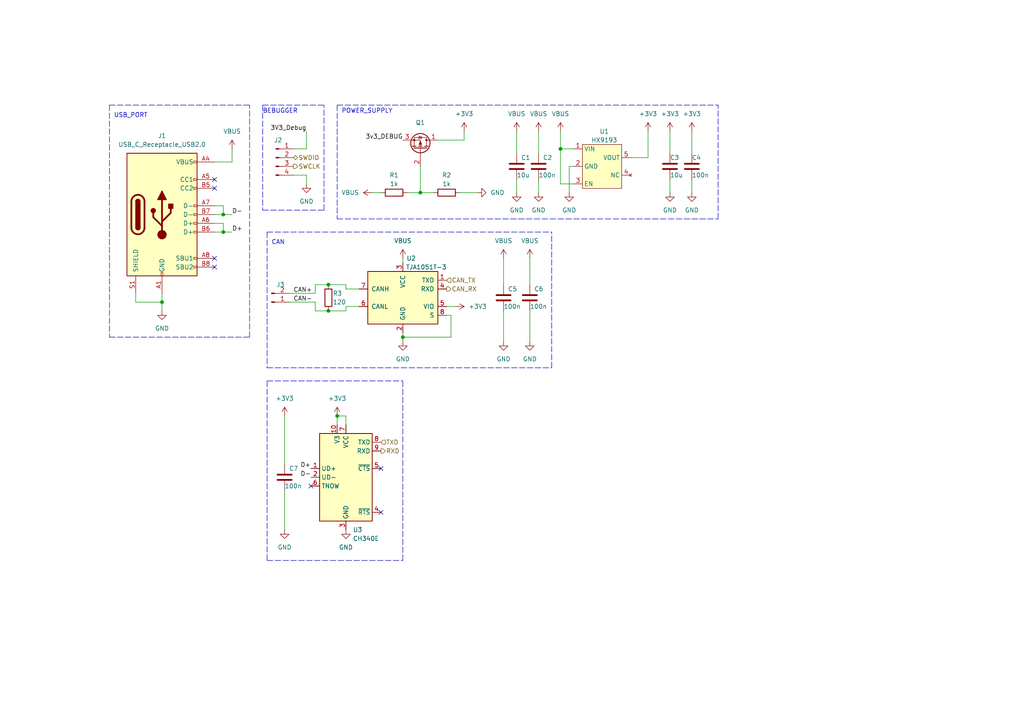
<source format=kicad_sch>
(kicad_sch (version 20211123) (generator eeschema)
  (paper "A4")
  (lib_symbols
    (symbol "Connector:Conn_01x02_Male" (pin_names (offset 1.016) hide)
      (property "Reference" "J" (at 0 2.54 0))
      (property "Value" "Conn_01x02_Male" (at 0 -5.08 0))
      (symbol "Conn_01x02_Male_1_1"
        (polyline (pts (xy 1.27 -2.54) (xy 0.8636 -2.54)) (stroke (width 0.1524)))
        (polyline (pts (xy 1.27 0) (xy 0.8636 0)) (stroke (width 0.1524)))
        (rectangle (start 0.8636 -2.413) (end 0 -2.667) (stroke (width 0.1524)) (fill (type outline)))
        (rectangle (start 0.8636 0.127) (end 0 -0.127) (stroke (width 0.1524)) (fill (type outline)))
        (pin passive line (at 5.08 0 180) (length 3.81) (name "Pin_1") (number "1"))
        (pin passive line (at 5.08 -2.54 180) (length 3.81) (name "Pin_2") (number "2"))
      )
    )
    (symbol "Connector:Conn_01x04_Male" (pin_names (offset 1.016) hide)
      (property "Reference" "J" (at 0 5.08 0))
      (property "Value" "Conn_01x04_Male" (at 0 -7.62 0))
      (symbol "Conn_01x04_Male_1_1"
        (polyline (pts (xy 1.27 -5.08) (xy 0.8636 -5.08)) (stroke (width 0.1524)))
        (polyline (pts (xy 1.27 -2.54) (xy 0.8636 -2.54)) (stroke (width 0.1524)))
        (polyline (pts (xy 1.27 0) (xy 0.8636 0)) (stroke (width 0.1524)))
        (polyline (pts (xy 1.27 2.54) (xy 0.8636 2.54)) (stroke (width 0.1524)))
        (rectangle (start 0.8636 -4.953) (end 0 -5.207) (stroke (width 0.1524)) (fill (type outline)))
        (rectangle (start 0.8636 -2.413) (end 0 -2.667) (stroke (width 0.1524)) (fill (type outline)))
        (rectangle (start 0.8636 0.127) (end 0 -0.127) (stroke (width 0.1524)) (fill (type outline)))
        (rectangle (start 0.8636 2.667) (end 0 2.413) (stroke (width 0.1524)) (fill (type outline)))
        (pin passive line (at 5.08 2.54 180) (length 3.81) (name "Pin_1") (number "1"))
        (pin passive line (at 5.08 0 180) (length 3.81) (name "Pin_2") (number "2"))
        (pin passive line (at 5.08 -2.54 180) (length 3.81) (name "Pin_3") (number "3"))
        (pin passive line (at 5.08 -5.08 180) (length 3.81) (name "Pin_4") (number "4"))
      )
    )
    (symbol "Connector:USB_C_Receptacle_USB2.0" (pin_names (offset 1.016))
      (property "Reference" "J" (at -10.16 19.05 0))
      (property "Value" "USB_C_Receptacle_USB2.0" (at 19.05 19.05 0))
      (symbol "USB_C_Receptacle_USB2.0_0_0"
        (rectangle (start -0.254 -17.78) (end 0.254 -16.764))
        (rectangle (start 10.16 -14.986) (end 9.144 -15.494))
        (rectangle (start 10.16 -12.446) (end 9.144 -12.954))
        (rectangle (start 10.16 -4.826) (end 9.144 -5.334))
        (rectangle (start 10.16 -2.286) (end 9.144 -2.794))
        (rectangle (start 10.16 0.254) (end 9.144 -0.254))
        (rectangle (start 10.16 2.794) (end 9.144 2.286))
        (rectangle (start 10.16 7.874) (end 9.144 7.366))
        (rectangle (start 10.16 10.414) (end 9.144 9.906))
        (rectangle (start 10.16 15.494) (end 9.144 14.986))
      )
      (symbol "USB_C_Receptacle_USB2.0_0_1"
        (rectangle (start -10.16 17.78) (end 10.16 -17.78) (stroke (width 0.254)) (fill (type background)))
        (arc (start -8.89 -3.81) (mid -6.985 -5.715) (end -5.08 -3.81) (stroke (width 0.508)))
        (arc (start -7.62 -3.81) (mid -6.985 -4.445) (end -6.35 -3.81) (stroke (width 0.254)))
        (arc (start -7.62 -3.81) (mid -6.985 -4.445) (end -6.35 -3.81) (stroke (width 0.254)) (fill (type outline)))
        (rectangle (start -7.62 -3.81) (end -6.35 3.81) (stroke (width 0.254)) (fill (type outline)))
        (arc (start -6.35 3.81) (mid -6.985 4.445) (end -7.62 3.81) (stroke (width 0.254)))
        (arc (start -6.35 3.81) (mid -6.985 4.445) (end -7.62 3.81) (stroke (width 0.254)) (fill (type outline)))
        (arc (start -5.08 3.81) (mid -6.985 5.715) (end -8.89 3.81) (stroke (width 0.508)))
        (circle (center -2.54 1.143) (radius 0.635) (stroke (width 0.254)) (fill (type outline)))
        (circle (center 0 -5.842) (radius 1.27) (fill (type outline)))
        (polyline (pts (xy -8.89 -3.81) (xy -8.89 3.81)) (stroke (width 0.508)))
        (polyline (pts (xy -5.08 3.81) (xy -5.08 -3.81)) (stroke (width 0.508)))
        (polyline (pts (xy 0 -5.842) (xy 0 4.318)) (stroke (width 0.508)))
        (polyline (pts (xy 0 -3.302) (xy -2.54 -0.762) (xy -2.54 0.508)) (stroke (width 0.508)))
        (polyline (pts (xy 0 -2.032) (xy 2.54 0.508) (xy 2.54 1.778)) (stroke (width 0.508)))
        (polyline (pts (xy -1.27 4.318) (xy 0 6.858) (xy 1.27 4.318) (xy -1.27 4.318)) (stroke (width 0.254)) (fill (type outline)))
        (rectangle (start 1.905 1.778) (end 3.175 3.048) (stroke (width 0.254)) (fill (type outline)))
      )
      (symbol "USB_C_Receptacle_USB2.0_1_1"
        (pin passive line (at 0 -22.86 90) (length 5.08) (name "GND") (number "A1"))
        (pin passive line (at 0 -22.86 90) (length 5.08) hide (name "GND") (number "A12"))
        (pin passive line (at 15.24 15.24 180) (length 5.08) (name "VBUS") (number "A4"))
        (pin bidirectional line (at 15.24 10.16 180) (length 5.08) (name "CC1") (number "A5"))
        (pin bidirectional line (at 15.24 -2.54 180) (length 5.08) (name "D+") (number "A6"))
        (pin bidirectional line (at 15.24 2.54 180) (length 5.08) (name "D-") (number "A7"))
        (pin bidirectional line (at 15.24 -12.7 180) (length 5.08) (name "SBU1") (number "A8"))
        (pin passive line (at 15.24 15.24 180) (length 5.08) hide (name "VBUS") (number "A9"))
        (pin passive line (at 0 -22.86 90) (length 5.08) hide (name "GND") (number "B1"))
        (pin passive line (at 0 -22.86 90) (length 5.08) hide (name "GND") (number "B12"))
        (pin passive line (at 15.24 15.24 180) (length 5.08) hide (name "VBUS") (number "B4"))
        (pin bidirectional line (at 15.24 7.62 180) (length 5.08) (name "CC2") (number "B5"))
        (pin bidirectional line (at 15.24 -5.08 180) (length 5.08) (name "D+") (number "B6"))
        (pin bidirectional line (at 15.24 0 180) (length 5.08) (name "D-") (number "B7"))
        (pin bidirectional line (at 15.24 -15.24 180) (length 5.08) (name "SBU2") (number "B8"))
        (pin passive line (at 15.24 15.24 180) (length 5.08) hide (name "VBUS") (number "B9"))
        (pin passive line (at -7.62 -22.86 90) (length 5.08) (name "SHIELD") (number "S1"))
      )
    )
    (symbol "Device:C" (pin_numbers hide) (pin_names (offset 0.254))
      (property "Reference" "C" (at 0.635 2.54 0))
      (property "Value" "C" (at 0.635 -2.54 0))
      (symbol "C_0_1"
        (polyline (pts (xy -2.032 -0.762) (xy 2.032 -0.762)) (stroke (width 0.508)))
        (polyline (pts (xy -2.032 0.762) (xy 2.032 0.762)) (stroke (width 0.508)))
      )
      (symbol "C_1_1"
        (pin passive line (at 0 3.81 270) (length 2.794) (name "~") (number "1"))
        (pin passive line (at 0 -3.81 90) (length 2.794) (name "~") (number "2"))
      )
    )
    (symbol "Device:Q_PMOS_DGS" (pin_names (offset 0) hide)
      (property "Reference" "Q" (at 5.08 1.27 0))
      (property "Value" "Q_PMOS_DGS" (at 5.08 -1.27 0))
      (symbol "Q_PMOS_DGS_0_1"
        (polyline (pts (xy 0.254 0) (xy -2.54 0)))
        (polyline (pts (xy 0.254 1.905) (xy 0.254 -1.905)) (stroke (width 0.254)))
        (polyline (pts (xy 0.762 -1.27) (xy 0.762 -2.286)) (stroke (width 0.254)))
        (polyline (pts (xy 0.762 0.508) (xy 0.762 -0.508)) (stroke (width 0.254)))
        (polyline (pts (xy 0.762 2.286) (xy 0.762 1.27)) (stroke (width 0.254)))
        (polyline (pts (xy 2.54 2.54) (xy 2.54 1.778)))
        (polyline (pts (xy 2.54 -2.54) (xy 2.54 0) (xy 0.762 0)))
        (polyline (pts (xy 0.762 1.778) (xy 3.302 1.778) (xy 3.302 -1.778) (xy 0.762 -1.778)))
        (polyline (pts (xy 2.286 0) (xy 1.27 0.381) (xy 1.27 -0.381) (xy 2.286 0)) (fill (type outline)))
        (polyline (pts (xy 2.794 -0.508) (xy 2.921 -0.381) (xy 3.683 -0.381) (xy 3.81 -0.254)))
        (polyline (pts (xy 3.302 -0.381) (xy 2.921 0.254) (xy 3.683 0.254) (xy 3.302 -0.381)))
        (circle (center 1.651 0) (radius 2.794) (stroke (width 0.254)))
        (circle (center 2.54 -1.778) (radius 0.254) (fill (type outline)))
        (circle (center 2.54 1.778) (radius 0.254) (fill (type outline)))
      )
      (symbol "Q_PMOS_DGS_1_1"
        (pin passive line (at 2.54 5.08 270) (length 2.54) (name "D") (number "1"))
        (pin input line (at -5.08 0 0) (length 2.54) (name "G") (number "2"))
        (pin passive line (at 2.54 -5.08 90) (length 2.54) (name "S") (number "3"))
      )
    )
    (symbol "Device:R" (pin_numbers hide) (pin_names (offset 0))
      (property "Reference" "R" (at 2.032 0 90))
      (property "Value" "R" (at 0 0 90))
      (symbol "R_0_1"
        (rectangle (start -1.016 -2.54) (end 1.016 2.54) (stroke (width 0.254)))
      )
      (symbol "R_1_1"
        (pin passive line (at 0 3.81 270) (length 1.27) (name "~") (number "1"))
        (pin passive line (at 0 -3.81 90) (length 1.27) (name "~") (number "2"))
      )
    )
    (symbol "Interface_CAN_LIN:TJA1051T-3" (pin_names (offset 1.016))
      (property "Reference" "U" (at -10.16 8.89 0))
      (property "Value" "TJA1051T-3" (at 1.27 8.89 0))
      (symbol "TJA1051T-3_0_1"
        (rectangle (start -10.16 7.62) (end 10.16 -7.62) (stroke (width 0.254)) (fill (type background)))
      )
      (symbol "TJA1051T-3_1_1"
        (pin input line (at -12.7 5.08 0) (length 2.54) (name "TXD") (number "1"))
        (pin power_in line (at 0 -10.16 90) (length 2.54) (name "GND") (number "2"))
        (pin power_in line (at 0 10.16 270) (length 2.54) (name "VCC") (number "3"))
        (pin output line (at -12.7 2.54 0) (length 2.54) (name "RXD") (number "4"))
        (pin power_in line (at -12.7 -2.54 0) (length 2.54) (name "VIO") (number "5"))
        (pin bidirectional line (at 12.7 -2.54 180) (length 2.54) (name "CANL") (number "6"))
        (pin bidirectional line (at 12.7 2.54 180) (length 2.54) (name "CANH") (number "7"))
        (pin input line (at -12.7 -5.08 0) (length 2.54) (name "S") (number "8"))
      )
    )
    (symbol "Interface_USB:CH340E"
      (property "Reference" "U" (at -5.08 13.97 0))
      (property "Value" "CH340E" (at 1.27 13.97 0))
      (symbol "CH340E_0_1"
        (rectangle (start -7.62 12.7) (end 7.62 -12.7) (stroke (width 0.254)) (fill (type background)))
      )
      (symbol "CH340E_1_1"
        (pin bidirectional line (at -10.16 2.54 0) (length 2.54) (name "UD+") (number "1"))
        (pin passive line (at -2.54 15.24 270) (length 2.54) (name "V3") (number "10"))
        (pin bidirectional line (at -10.16 0 0) (length 2.54) (name "UD-") (number "2"))
        (pin power_in line (at 0 -15.24 90) (length 2.54) (name "GND") (number "3"))
        (pin output line (at 10.16 -10.16 180) (length 2.54) (name "~{RTS}") (number "4"))
        (pin input line (at 10.16 2.54 180) (length 2.54) (name "~{CTS}") (number "5"))
        (pin output line (at -10.16 -2.54 0) (length 2.54) (name "TNOW") (number "6"))
        (pin power_in line (at 0 15.24 270) (length 2.54) (name "VCC") (number "7"))
        (pin output line (at 10.16 10.16 180) (length 2.54) (name "TXD") (number "8"))
        (pin input line (at 10.16 7.62 180) (length 2.54) (name "RXD") (number "9"))
      )
    )
    (symbol "power:+3V3" (power) (pin_names (offset 0))
      (property "Value" "+3V3" (at 0 3.556 0))
      (symbol "+3V3_0_1"
        (polyline (pts (xy -0.762 1.27) (xy 0 2.54)))
        (polyline (pts (xy 0 0) (xy 0 2.54)))
        (polyline (pts (xy 0 2.54) (xy 0.762 1.27)))
      )
      (symbol "+3V3_1_1"
        (pin power_in line (at 0 0 90) (length 0) hide (name "+3V3") (number "1"))
      )
    )
    (symbol "power:GND" (power) (pin_names (offset 0))
      (property "Value" "GND" (at 0 -3.81 0))
      (symbol "GND_0_1"
        (polyline (pts (xy 0 0) (xy 0 -1.27) (xy 1.27 -1.27) (xy 0 -2.54) (xy -1.27 -1.27) (xy 0 -1.27)))
      )
      (symbol "GND_1_1"
        (pin power_in line (at 0 0 270) (length 0) hide (name "GND") (number "1"))
      )
    )
    (symbol "power:VBUS" (power) (pin_names (offset 0))
      (property "Value" "VBUS" (at 0 3.81 0))
      (symbol "VBUS_0_1"
        (polyline (pts (xy -0.762 1.27) (xy 0 2.54)))
        (polyline (pts (xy 0 0) (xy 0 2.54)))
        (polyline (pts (xy 0 2.54) (xy 0.762 1.27)))
      )
      (symbol "VBUS_1_1"
        (pin power_in line (at 0 0 90) (length 0) hide (name "VBUS") (number "1"))
      )
    )
    (symbol "symbols:HX9193"
      (property "Reference" "U" (at -5.08 7.62 0))
      (property "Value" "HX9193" (at 6.35 7.62 0))
      (symbol "HX9193_0_1"
        (rectangle (start -6.35 6.35) (end 5.08 -6.35) (fill (type background)))
      )
      (symbol "HX9193_1_1"
        (pin power_in line (at -8.89 5.08 0) (length 2.54) (name "VIN") (number "1"))
        (pin passive line (at -8.89 0 0) (length 2.54) (name "GND") (number "2"))
        (pin input line (at -8.89 -5.08 0) (length 2.54) (name "EN") (number "3"))
        (pin no_connect line (at 7.62 -2.54 180) (length 2.54) (name "NC") (number "4"))
        (pin power_out line (at 7.62 2.54 180) (length 2.54) (name "VOUT") (number "5"))
      )
    )
  )
  (junction (at 95.25 90.17))
  (junction (at 95.25 82.55))
  (junction (at 64.77 67.31))
  (junction (at 64.77 62.23))
  (junction (at 46.99 87.63))
  (junction (at 116.84 97.79))
  (junction (at 121.92 55.88))
  (junction (at 162.56 43.18))
  (junction (at 97.79 120.65))
  (no_connect (at 62.23 77.47))
  (no_connect (at 62.23 74.93))
  (no_connect (at 110.49 148.59))
  (no_connect (at 62.23 52.07))
  (no_connect (at 62.23 54.61))
  (no_connect (at 110.49 135.89))
  (no_connect (at 90.17 140.97))
  (wire (pts (xy 62.23 46.99) (xy 67.31 46.99)))
  (wire (pts (xy 116.84 74.93) (xy 116.84 76.2)))
  (wire (pts (xy 200.66 38.1) (xy 200.66 44.45)))
  (wire (pts (xy 95.25 90.17) (xy 100.33 90.17)))
  (wire (pts (xy 91.44 82.55) (xy 95.25 82.55)))
  (wire (pts (xy 82.55 120.65) (xy 82.55 134.62)))
  (wire (pts (xy 153.67 74.93) (xy 153.67 82.55)))
  (wire (pts (xy 62.23 59.69) (xy 64.77 59.69)))
  (wire (pts (xy 200.66 52.07) (xy 200.66 55.88)))
  (polyline (pts (xy 77.47 110.49) (xy 77.47 162.56)))
  (wire (pts (xy 134.62 40.64) (xy 134.62 38.1)))
  (wire (pts (xy 100.33 123.19) (xy 100.33 120.65)))
  (polyline (pts (xy 31.75 97.79) (xy 72.39 97.79)))
  (wire (pts (xy 130.81 91.44) (xy 130.81 97.79)))
  (wire (pts (xy 165.1 48.26) (xy 166.37 48.26)))
  (wire (pts (xy 100.33 83.82) (xy 104.14 83.82)))
  (wire (pts (xy 129.54 88.9) (xy 132.08 88.9)))
  (wire (pts (xy 83.82 85.09) (xy 91.44 85.09)))
  (wire (pts (xy 64.77 59.69) (xy 64.77 62.23)))
  (polyline (pts (xy 77.47 110.49) (xy 116.84 110.49)))
  (wire (pts (xy 162.56 43.18) (xy 166.37 43.18)))
  (wire (pts (xy 46.99 85.09) (xy 46.99 87.63)))
  (wire (pts (xy 91.44 90.17) (xy 95.25 90.17)))
  (wire (pts (xy 95.25 82.55) (xy 100.33 82.55)))
  (wire (pts (xy 156.21 38.1) (xy 156.21 44.45)))
  (wire (pts (xy 62.23 62.23) (xy 64.77 62.23)))
  (wire (pts (xy 88.9 38.1) (xy 88.9 43.18)))
  (wire (pts (xy 116.84 97.79) (xy 130.81 97.79)))
  (polyline (pts (xy 116.84 162.56) (xy 116.84 110.49)))
  (wire (pts (xy 82.55 142.24) (xy 82.55 153.67)))
  (wire (pts (xy 156.21 52.07) (xy 156.21 55.88)))
  (polyline (pts (xy 97.79 63.5) (xy 208.28 63.5)))
  (wire (pts (xy 39.37 87.63) (xy 46.99 87.63)))
  (wire (pts (xy 121.92 55.88) (xy 125.73 55.88)))
  (wire (pts (xy 67.31 46.99) (xy 67.31 43.18)))
  (wire (pts (xy 100.33 90.17) (xy 100.33 88.9)))
  (wire (pts (xy 46.99 90.17) (xy 46.99 87.63)))
  (wire (pts (xy 149.86 38.1) (xy 149.86 44.45)))
  (polyline (pts (xy 160.02 106.68) (xy 160.02 67.31)))
  (polyline (pts (xy 77.47 162.56) (xy 116.84 162.56)))
  (polyline (pts (xy 76.2 30.48) (xy 76.2 60.96)))
  (wire (pts (xy 146.05 90.17) (xy 146.05 99.06)))
  (wire (pts (xy 121.92 55.88) (xy 118.11 55.88)))
  (wire (pts (xy 162.56 53.34) (xy 162.56 43.18)))
  (wire (pts (xy 149.86 52.07) (xy 149.86 55.88)))
  (wire (pts (xy 127 40.64) (xy 134.62 40.64)))
  (wire (pts (xy 83.82 87.63) (xy 91.44 87.63)))
  (wire (pts (xy 153.67 90.17) (xy 153.67 99.06)))
  (wire (pts (xy 100.33 88.9) (xy 104.14 88.9)))
  (wire (pts (xy 121.92 48.26) (xy 121.92 55.88)))
  (wire (pts (xy 39.37 85.09) (xy 39.37 87.63)))
  (wire (pts (xy 107.95 55.88) (xy 110.49 55.88)))
  (polyline (pts (xy 77.47 67.31) (xy 77.47 106.68)))
  (polyline (pts (xy 76.2 60.96) (xy 93.98 60.96)))
  (wire (pts (xy 165.1 55.88) (xy 165.1 48.26)))
  (polyline (pts (xy 93.98 60.96) (xy 93.98 30.48)))
  (wire (pts (xy 146.05 74.93) (xy 146.05 82.55)))
  (wire (pts (xy 187.96 38.1) (xy 187.96 45.72)))
  (polyline (pts (xy 77.47 67.31) (xy 160.02 67.31)))
  (polyline (pts (xy 72.39 97.79) (xy 72.39 30.48)))
  (wire (pts (xy 194.31 38.1) (xy 194.31 44.45)))
  (polyline (pts (xy 31.75 30.48) (xy 72.39 30.48)))
  (wire (pts (xy 116.84 97.79) (xy 116.84 99.06)))
  (wire (pts (xy 85.09 43.18) (xy 88.9 43.18)))
  (wire (pts (xy 62.23 67.31) (xy 64.77 67.31)))
  (polyline (pts (xy 31.75 30.48) (xy 31.75 97.79)))
  (wire (pts (xy 187.96 45.72) (xy 182.88 45.72)))
  (polyline (pts (xy 77.47 106.68) (xy 160.02 106.68)))
  (wire (pts (xy 64.77 64.77) (xy 64.77 67.31)))
  (wire (pts (xy 194.31 52.07) (xy 194.31 55.88)))
  (wire (pts (xy 91.44 87.63) (xy 91.44 90.17)))
  (wire (pts (xy 100.33 82.55) (xy 100.33 83.82)))
  (wire (pts (xy 85.09 50.8) (xy 88.9 50.8)))
  (wire (pts (xy 129.54 91.44) (xy 130.81 91.44)))
  (wire (pts (xy 133.35 55.88) (xy 138.43 55.88)))
  (wire (pts (xy 100.33 120.65) (xy 97.79 120.65)))
  (wire (pts (xy 64.77 62.23) (xy 67.31 62.23)))
  (wire (pts (xy 64.77 67.31) (xy 67.31 67.31)))
  (wire (pts (xy 162.56 38.1) (xy 162.56 43.18)))
  (wire (pts (xy 166.37 53.34) (xy 162.56 53.34)))
  (wire (pts (xy 116.84 96.52) (xy 116.84 97.79)))
  (polyline (pts (xy 76.2 30.48) (xy 93.98 30.48)))
  (wire (pts (xy 88.9 50.8) (xy 88.9 53.34)))
  (wire (pts (xy 97.79 120.65) (xy 97.79 123.19)))
  (wire (pts (xy 62.23 64.77) (xy 64.77 64.77)))
  (wire (pts (xy 91.44 85.09) (xy 91.44 82.55)))
  (polyline (pts (xy 97.79 30.48) (xy 208.28 30.48)))
  (polyline (pts (xy 208.28 63.5) (xy 208.28 30.48)))
  (polyline (pts (xy 97.79 30.48) (xy 97.79 63.5)))
  (text "POWER_SUPPLY" (at 99.06 33.02 0) (effects (font (size 1.27 1.27)) (justify left bottom)))
  (text "USB_PORT\n" (at 33.02 34.29 0) (effects (font (size 1.27 1.27)) (justify left bottom)))
  (text "CAN" (at 78.74 71.12 0) (effects (font (size 1.27 1.27)) (justify left bottom)))
  (text "BEBUGGER" (at 76.2 33.02 0) (effects (font (size 1.27 1.27)) (justify left bottom)))
  (label "D-" (at 90.17 138.43 180))
  (label "D+" (at 90.17 135.89 180))
  (label "3V3_Debug" (at 88.9 38.1 180))
  (label "3v3_DEBUG" (at 116.84 40.64 180))
  (label "CAN+" (at 85.09 85.09 0))
  (label "CAN-" (at 85.09 87.63 0))
  (label "D+" (at 67.31 67.31 0))
  (label "D-" (at 67.31 62.23 0))
  (hierarchical_label "CAN_RX" (shape output) (at 129.54 83.82 0))
  (hierarchical_label "SWDIO" (shape bidirectional) (at 85.09 45.72 0))
  (hierarchical_label "TXD" (shape input) (at 110.49 128.27 0))
  (hierarchical_label "SWCLK" (shape output) (at 85.09 48.26 0))
  (hierarchical_label "RXD" (shape output) (at 110.49 130.81 0))
  (hierarchical_label "CAN_TX" (shape input) (at 129.54 81.28 0))
  (symbol (lib_id "power:GND") (at 200.66 55.88 0) (unit 1)
    (property "Reference" "#PWR0126" (effects hide))
    (property "Value" "GND" (at 200.66 60.96 0))
  )
  (symbol (lib_id "power:GND") (at 146.05 99.06 0) (unit 1)
    (property "Reference" "#PWR0128" (effects hide))
    (property "Value" "GND" (at 146.05 104.14 0))
  )
  (symbol (lib_id "power:GND") (at 82.55 153.67 0) (unit 1)
    (property "Reference" "#PWR0138" (effects hide))
    (property "Value" "GND" (at 82.55 158.75 0))
  )
  (symbol (lib_id "power:VBUS") (at 149.86 38.1 0) (unit 1)
    (property "Reference" "#PWR0123" (effects hide))
    (property "Value" "VBUS" (at 149.86 33.02 0))
  )
  (symbol (lib_id "Device:C") (at 153.67 86.36 0) (unit 1)
    (property "Reference" "C6" (at 154.94 83.82 0) (effects (justify left)))
    (property "Value" "100n" (at 153.67 88.9 0) (effects (justify left)))
    (property "Footprint" "C_0603_1608Metric" (effects hide))
  )
  (symbol (lib_id "power:VBUS") (at 153.67 74.93 0) (unit 1)
    (property "Reference" "#PWR0131" (effects hide))
    (property "Value" "VBUS" (at 153.67 69.85 0))
  )
  (symbol (lib_id "power:+3V3") (at 187.96 38.1 0) (unit 1)
    (property "Reference" "#PWR0139" (effects hide))
    (property "Value" "+3V3" (at 187.96 33.02 0))
  )
  (symbol (lib_id "Device:C") (at 149.86 48.26 0) (unit 1)
    (property "Reference" "C1" (at 151.13 45.72 0) (effects (justify left)))
    (property "Value" "10u" (at 149.86 50.8 0) (effects (justify left)))
    (property "Footprint" "C_0603_1608Metric" (effects hide))
  )
  (symbol (lib_id "power:GND") (at 138.43 55.88 90) (unit 1)
    (property "Reference" "#PWR0124" (effects hide))
    (property "Value" "GND" (at 142.24 55.8799 90) (effects (justify right)))
  )
  (symbol (lib_id "Connector:Conn_01x02_Male") (at 78.74 87.63 0) (mirror x) (unit 1)
    (property "Reference" "J3" (at 82.55 82.55 0) (effects (justify right)))
    (property "Value" "Conn_01x02_Male" (effects hide))
    (property "Footprint" "JST_GH_SM02B-GHS-TB_1x02-1MP_P1.25mm_Horizontal" (effects hide))
  )
  (symbol (lib_id "power:GND") (at 156.21 55.88 0) (unit 1)
    (property "Reference" "#PWR0141" (effects hide))
    (property "Value" "GND" (at 156.21 60.96 0))
  )
  (symbol (lib_id "Device:Q_PMOS_DGS") (at 121.92 43.18 270) (mirror x) (unit 1)
    (property "Reference" "Q1" (at 121.92 35.56 90))
    (property "Value" "Q_PMOS_DGS" (effects hide))
    (property "Footprint" "TSOT-23" (effects hide))
  )
  (symbol (lib_id "Device:R") (at 95.25 86.36 0) (unit 1)
    (property "Reference" "R3" (at 96.52 85.09 0) (effects (justify left)))
    (property "Value" "120" (at 96.52 87.63 0) (effects (justify left)))
    (property "Footprint" "R_0603_1608Metric" (effects hide))
  )
  (symbol (lib_id "power:GND") (at 100.33 153.67 0) (unit 1)
    (property "Reference" "#PWR0135" (effects hide))
    (property "Value" "GND" (at 100.33 158.75 0))
  )
  (symbol (lib_id "power:GND") (at 88.9 53.34 0) (unit 1)
    (property "Reference" "#PWR0118" (effects hide))
    (property "Value" "GND" (at 88.9 58.42 0))
  )
  (symbol (lib_id "Device:C") (at 156.21 48.26 0) (unit 1)
    (property "Reference" "C2" (at 157.48 45.72 0) (effects (justify left)))
    (property "Value" "100n" (at 156.21 50.8 0) (effects (justify left)))
    (property "Footprint" "C_0603_1608Metric" (effects hide))
  )
  (symbol (lib_id "Interface_USB:CH340E") (at 100.33 138.43 0) (unit 1)
    (property "Reference" "U3" (at 102.3494 153.67 0) (effects (justify left)))
    (property "Value" "CH340E" (at 102.3494 156.21 0) (effects (justify left)))
    (property "Footprint" "MSOP-10_3x3mm_P0.5mm" (effects hide))
    (property "Datasheet" "https://www.mpja.com/download/35227cpdata.pdf" (effects hide))
  )
  (symbol (lib_id "power:VBUS") (at 67.31 43.18 0) (unit 1)
    (property "Reference" "#PWR0120" (effects hide))
    (property "Value" "VBUS" (at 67.31 38.1 0))
  )
  (symbol (lib_id "power:GND") (at 194.31 55.88 0) (unit 1)
    (property "Reference" "#PWR0143" (effects hide))
    (property "Value" "GND" (at 194.31 60.96 0))
  )
  (symbol (lib_id "Connector:USB_C_Receptacle_USB2.0") (at 46.99 62.23 0) (unit 1)
    (property "Reference" "J1" (at 46.99 39.37 0))
    (property "Value" "USB_C_Receptacle_USB2.0" (at 46.99 41.91 0))
    (property "Footprint" "USB_C_Receptacle_Palconn_UTC16-G" (effects hide))
    (property "Datasheet" "https://www.usb.org/sites/default/files/documents/usb_type-c.zip" (effects hide))
  )
  (symbol (lib_id "power:+3V3") (at 200.66 38.1 0) (unit 1)
    (property "Reference" "#PWR0121" (effects hide))
    (property "Value" "+3V3" (at 200.66 33.02 0))
  )
  (symbol (lib_id "power:+3V3") (at 194.31 38.1 0) (unit 1)
    (property "Reference" "#PWR0140" (effects hide))
    (property "Value" "+3V3" (at 194.31 33.02 0))
  )
  (symbol (lib_id "power:+3V3") (at 134.62 38.1 0) (unit 1)
    (property "Reference" "#PWR0122" (effects hide))
    (property "Value" "+3V3" (at 134.62 33.02 0))
  )
  (symbol (lib_id "power:VBUS") (at 107.95 55.88 90) (unit 1)
    (property "Reference" "#PWR0127" (effects hide))
    (property "Value" "VBUS" (at 104.14 55.8799 90) (effects (justify left)))
  )
  (symbol (lib_id "power:VBUS") (at 146.05 74.93 0) (unit 1)
    (property "Reference" "#PWR0133" (effects hide))
    (property "Value" "VBUS" (at 146.05 69.85 0))
  )
  (symbol (lib_id "Device:C") (at 194.31 48.26 0) (unit 1)
    (property "Reference" "C3" (at 194.31 45.72 0) (effects (justify left)))
    (property "Value" "10u" (at 194.31 50.8 0) (effects (justify left)))
    (property "Footprint" "C_0603_1608Metric" (effects hide))
  )
  (symbol (lib_id "power:VBUS") (at 156.21 38.1 0) (unit 1)
    (property "Reference" "#PWR0144" (effects hide))
    (property "Value" "VBUS" (at 156.21 33.02 0))
  )
  (symbol (lib_id "power:+3V3") (at 132.08 88.9 270) (unit 1)
    (property "Reference" "#PWR0130" (effects hide))
    (property "Value" "+3V3" (at 135.89 88.8999 90) (effects (justify left)))
  )
  (symbol (lib_id "power:GND") (at 153.67 99.06 0) (unit 1)
    (property "Reference" "#PWR0132" (effects hide))
    (property "Value" "GND" (at 153.67 104.14 0))
  )
  (symbol (lib_id "power:GND") (at 116.84 99.06 0) (unit 1)
    (property "Reference" "#PWR0129" (effects hide))
    (property "Value" "GND" (at 116.84 104.14 0))
  )
  (symbol (lib_id "power:VBUS") (at 116.84 74.93 0) (unit 1)
    (property "Reference" "#PWR0134" (effects hide))
    (property "Value" "VBUS" (at 116.84 69.85 0))
  )
  (symbol (lib_id "power:+3V3") (at 97.79 120.65 0) (unit 1)
    (property "Reference" "#PWR0136" (effects hide))
    (property "Value" "+3V3" (at 97.79 115.57 0))
  )
  (symbol (lib_id "power:GND") (at 165.1 55.88 0) (unit 1)
    (property "Reference" "#PWR0142" (effects hide))
    (property "Value" "GND" (at 165.1 60.96 0))
  )
  (symbol (lib_id "power:+3V3") (at 82.55 120.65 0) (unit 1)
    (property "Reference" "#PWR0137" (effects hide))
    (property "Value" "+3V3" (at 82.55 115.57 0))
  )
  (symbol (lib_id "Interface_CAN_LIN:TJA1051T-3") (at 116.84 86.36 0) (mirror y) (unit 1)
    (property "Reference" "U2" (at 120.65 74.93 0) (effects (justify left)))
    (property "Value" "TJA1051T-3" (at 129.54 77.47 0) (effects (justify left)))
    (property "Footprint" "SOIC-8_3.9x4.9mm_P1.27mm" (effects hide))
    (property "Datasheet" "http://www.nxp.com/documents/data_sheet/TJA1051.pdf" (effects hide))
  )
  (symbol (lib_id "symbols:HX9193") (at 175.26 48.26 0) (unit 1)
    (property "Reference" "U1" (at 175.26 38.1 0))
    (property "Value" "HX9193" (at 175.26 40.64 0))
    (property "Footprint" "SOT-23-5_HandSoldering" (effects hide))
    (property "Datasheet" "https://item.szlcsc.com/280543.html" (effects hide))
  )
  (symbol (lib_id "power:GND") (at 149.86 55.88 0) (unit 1)
    (property "Reference" "#PWR0125" (effects hide))
    (property "Value" "GND" (at 149.86 60.96 0))
  )
  (symbol (lib_id "Connector:Conn_01x04_Male") (at 80.01 45.72 0) (unit 1)
    (property "Reference" "J2" (at 80.645 40.64 0))
    (property "Value" "Conn_01x04_Male" (effects hide))
    (property "Footprint" "PinHeader_1x04_P2.54mm_Vertical" (effects hide))
  )
  (symbol (lib_id "Device:C") (at 200.66 48.26 0) (unit 1)
    (property "Reference" "C4" (at 200.66 45.72 0) (effects (justify left)))
    (property "Value" "100n" (at 200.66 50.8 0) (effects (justify left)))
    (property "Footprint" "C_0603_1608Metric" (effects hide))
  )
  (symbol (lib_id "power:VBUS") (at 162.56 38.1 0) (unit 1)
    (property "Reference" "#PWR0145" (effects hide))
    (property "Value" "VBUS" (at 162.56 33.02 0))
  )
  (symbol (lib_id "Device:R") (at 114.3 55.88 90) (unit 1)
    (property "Reference" "R1" (at 114.3 50.8 90))
    (property "Value" "1k" (at 114.3 53.34 90))
    (property "Footprint" "R_0603_1608Metric" (effects hide))
  )
  (symbol (lib_id "power:GND") (at 46.99 90.17 0) (unit 1)
    (property "Reference" "#PWR0119" (effects hide))
    (property "Value" "GND" (at 46.99 95.25 0))
  )
  (symbol (lib_id "Device:C") (at 82.55 138.43 0) (unit 1)
    (property "Reference" "C7" (at 83.82 135.89 0) (effects (justify left)))
    (property "Value" "100n" (at 82.55 140.97 0) (effects (justify left)))
    (property "Footprint" "C_0603_1608Metric" (effects hide))
  )
  (symbol (lib_id "Device:R") (at 129.54 55.88 90) (unit 1)
    (property "Reference" "R2" (at 129.54 50.8 90))
    (property "Value" "1k" (at 129.54 53.34 90))
    (property "Footprint" "R_0603_1608Metric" (effects hide))
  )
  (symbol (lib_id "Device:C") (at 146.05 86.36 0) (unit 1)
    (property "Reference" "C5" (at 147.32 83.82 0) (effects (justify left)))
    (property "Value" "100n" (at 146.05 88.9 0) (effects (justify left)))
    (property "Footprint" "C_0603_1608Metric" (effects hide))
  )
)
</source>
